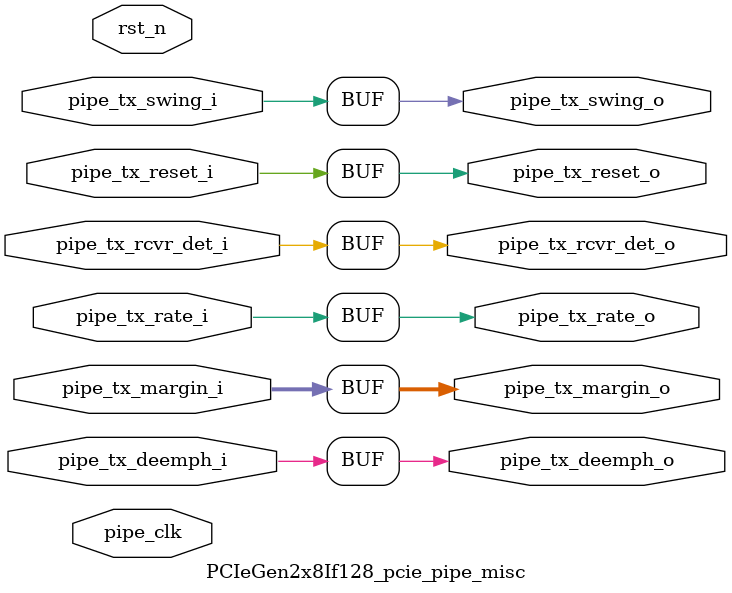
<source format=v>

`timescale 1ps/1ps

(* DowngradeIPIdentifiedWarnings = "yes" *)
module PCIeGen2x8If128_pcie_pipe_misc #
(
    parameter        PIPE_PIPELINE_STAGES = 0,    // 0 - 0 stages, 1 - 1 stage, 2 - 2 stages
    parameter TCQ  = 1 // synthesis warning solved: parameter declaration becomes local
)
(

    input   wire        pipe_tx_rcvr_det_i       ,     // PIPE Tx Receiver Detect
    input   wire        pipe_tx_reset_i          ,     // PIPE Tx Reset
    input   wire        pipe_tx_rate_i           ,     // PIPE Tx Rate
    input   wire        pipe_tx_deemph_i         ,     // PIPE Tx Deemphasis
    input   wire [2:0]  pipe_tx_margin_i         ,     // PIPE Tx Margin
    input   wire        pipe_tx_swing_i          ,     // PIPE Tx Swing

    output  wire        pipe_tx_rcvr_det_o       ,     // Pipelined PIPE Tx Receiver Detect
    output  wire        pipe_tx_reset_o          ,     // Pipelined PIPE Tx Reset
    output  wire        pipe_tx_rate_o           ,     // Pipelined PIPE Tx Rate
    output  wire        pipe_tx_deemph_o         ,     // Pipelined PIPE Tx Deemphasis
    output  wire [2:0]  pipe_tx_margin_o         ,     // Pipelined PIPE Tx Margin
    output  wire        pipe_tx_swing_o          ,     // Pipelined PIPE Tx Swing

    input   wire        pipe_clk                ,      // PIPE Clock
    input   wire        rst_n                          // Reset
);

//******************************************************************//
// Reality check.                                                   //
//******************************************************************//

//    parameter TCQ  = 1;      // clock to out delay model

    generate

    if (PIPE_PIPELINE_STAGES == 0) begin : pipe_stages_0

        assign pipe_tx_rcvr_det_o = pipe_tx_rcvr_det_i;
        assign pipe_tx_reset_o  = pipe_tx_reset_i;
        assign pipe_tx_rate_o = pipe_tx_rate_i;
        assign pipe_tx_deemph_o = pipe_tx_deemph_i;
        assign pipe_tx_margin_o = pipe_tx_margin_i;
        assign pipe_tx_swing_o = pipe_tx_swing_i;

    end // if (PIPE_PIPELINE_STAGES == 0)
    else if (PIPE_PIPELINE_STAGES == 1) begin : pipe_stages_1

    reg                pipe_tx_rcvr_det_q       ;
    reg                pipe_tx_reset_q          ;
    reg                pipe_tx_rate_q           ;
    reg                pipe_tx_deemph_q         ;
    reg [2:0]          pipe_tx_margin_q         ;
    reg                pipe_tx_swing_q          ;

        always @(posedge pipe_clk) begin

        if (rst_n)
        begin

            pipe_tx_rcvr_det_q <= #TCQ 0;
            pipe_tx_reset_q  <= #TCQ 1'b1;
            pipe_tx_rate_q <= #TCQ 0;
            pipe_tx_deemph_q <= #TCQ 1'b1;
            pipe_tx_margin_q <= #TCQ 0;
            pipe_tx_swing_q <= #TCQ 0;

        end
        else
        begin

            pipe_tx_rcvr_det_q <= #TCQ pipe_tx_rcvr_det_i;
            pipe_tx_reset_q  <= #TCQ pipe_tx_reset_i;
            pipe_tx_rate_q <= #TCQ pipe_tx_rate_i;
            pipe_tx_deemph_q <= #TCQ pipe_tx_deemph_i;
            pipe_tx_margin_q <= #TCQ pipe_tx_margin_i;
            pipe_tx_swing_q <= #TCQ pipe_tx_swing_i;

          end

        end

        assign pipe_tx_rcvr_det_o = pipe_tx_rcvr_det_q;
        assign pipe_tx_reset_o  = pipe_tx_reset_q;
        assign pipe_tx_rate_o = pipe_tx_rate_q;
        assign pipe_tx_deemph_o = pipe_tx_deemph_q;
        assign pipe_tx_margin_o = pipe_tx_margin_q;
        assign pipe_tx_swing_o = pipe_tx_swing_q;

    end // if (PIPE_PIPELINE_STAGES == 1)
    else if (PIPE_PIPELINE_STAGES == 2) begin : pipe_stages_2

    reg                pipe_tx_rcvr_det_q       ;
    reg                pipe_tx_reset_q          ;
    reg                pipe_tx_rate_q           ;
    reg                pipe_tx_deemph_q         ;
    reg [2:0]          pipe_tx_margin_q         ;
    reg                pipe_tx_swing_q          ;

    reg                pipe_tx_rcvr_det_qq      ;
    reg                pipe_tx_reset_qq         ;
    reg                pipe_tx_rate_qq          ;
    reg                pipe_tx_deemph_qq        ;
    reg [2:0]          pipe_tx_margin_qq        ;
    reg                pipe_tx_swing_qq         ;

        always @(posedge pipe_clk) begin

        if (rst_n)
        begin

            pipe_tx_rcvr_det_q <= #TCQ 0;
            pipe_tx_reset_q  <= #TCQ 1'b1;
            pipe_tx_rate_q <= #TCQ 0;
            pipe_tx_deemph_q <= #TCQ 1'b1;
            pipe_tx_margin_q <= #TCQ 0;
            pipe_tx_swing_q <= #TCQ 0;

            pipe_tx_rcvr_det_qq <= #TCQ 0;
            pipe_tx_reset_qq  <= #TCQ 1'b1;
            pipe_tx_rate_qq <= #TCQ 0;
            pipe_tx_deemph_qq <= #TCQ 1'b1;
            pipe_tx_margin_qq <= #TCQ 0;
            pipe_tx_swing_qq <= #TCQ 0;

        end
        else
        begin

            pipe_tx_rcvr_det_q <= #TCQ pipe_tx_rcvr_det_i;
            pipe_tx_reset_q  <= #TCQ pipe_tx_reset_i;
            pipe_tx_rate_q <= #TCQ pipe_tx_rate_i;
            pipe_tx_deemph_q <= #TCQ pipe_tx_deemph_i;
            pipe_tx_margin_q <= #TCQ pipe_tx_margin_i;
            pipe_tx_swing_q <= #TCQ pipe_tx_swing_i;

            pipe_tx_rcvr_det_qq <= #TCQ pipe_tx_rcvr_det_q;
            pipe_tx_reset_qq  <= #TCQ pipe_tx_reset_q;
            pipe_tx_rate_qq <= #TCQ pipe_tx_rate_q;
            pipe_tx_deemph_qq <= #TCQ pipe_tx_deemph_q;
            pipe_tx_margin_qq <= #TCQ pipe_tx_margin_q;
            pipe_tx_swing_qq <= #TCQ pipe_tx_swing_q;

          end

        end

        assign pipe_tx_rcvr_det_o = pipe_tx_rcvr_det_qq;
        assign pipe_tx_reset_o  = pipe_tx_reset_qq;
        assign pipe_tx_rate_o = pipe_tx_rate_qq;
        assign pipe_tx_deemph_o = pipe_tx_deemph_qq;
        assign pipe_tx_margin_o = pipe_tx_margin_qq;
        assign pipe_tx_swing_o = pipe_tx_swing_qq;

    end // if (PIPE_PIPELINE_STAGES == 2)

    endgenerate

endmodule


</source>
